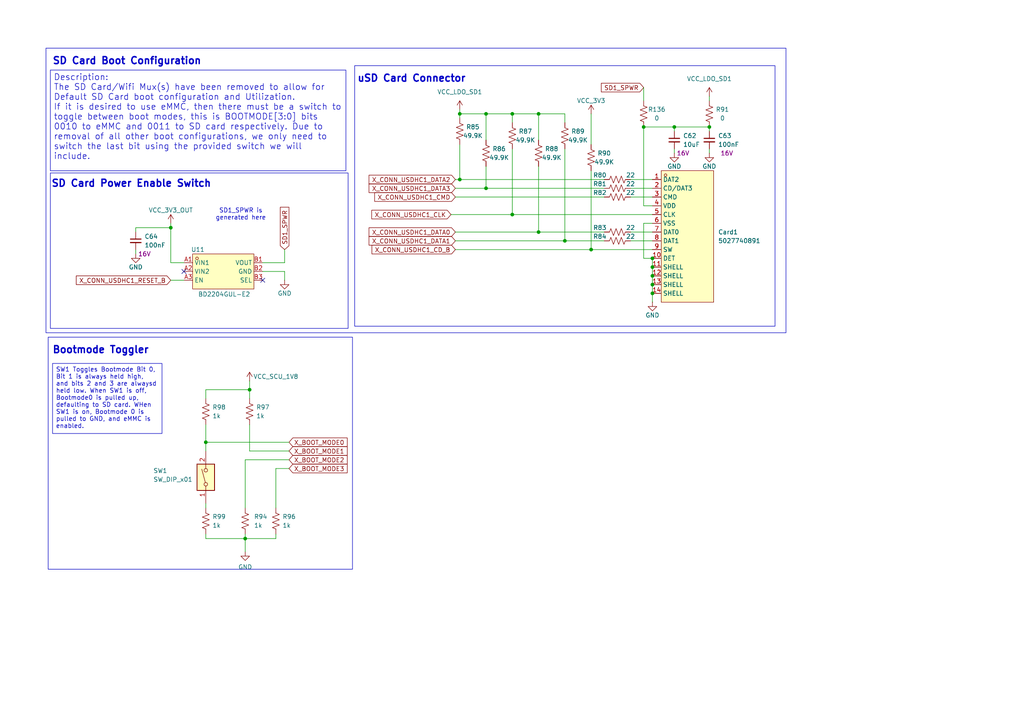
<source format=kicad_sch>
(kicad_sch (version 20250114) (generator "eeschema") (generator_version "9.0")
  (paper "A4")
  (lib_symbols
    (symbol "Device:C_Small" (pin_numbers (hide yes)) (pin_names (offset 0.254) (hide yes))
      (property "Reference" "C" (at 0.254 1.778 0))
      (property "Value" "C_Small" (at 0.254 -2.032 0))
      (symbol "C_Small_0_1"
        (polyline (pts (xy -1.524 0.508) (xy 1.524 0.508)) (stroke (width 0.3048)))
        (polyline (pts (xy -1.524 -0.508) (xy 1.524 -0.508)) (stroke (width 0.3302)))
      )
      (symbol "C_Small_1_1"
        (pin passive line (at 0 2.54 270) (length 2.032) (name "~") (number "1"))
        (pin passive line (at 0 -2.54 90) (length 2.032) (name "~") (number "2"))
      )
    )
    (symbol "Device:R_US" (pin_numbers (hide yes)) (pin_names (offset 0))
      (property "Reference" "R" (at 2.54 0 90))
      (property "Value" "R_US" (at -2.54 0 90))
      (symbol "R_US_0_1"
        (polyline (pts (xy 0 2.286) (xy 0 2.54)))
        (polyline (pts (xy 0 2.286) (xy 1.016 1.905) (xy 0 1.524) (xy -1.016 1.143) (xy 0 0.762)))
        (polyline (pts (xy 0 0.762) (xy 1.016 0.381) (xy 0 0) (xy -1.016 -0.381) (xy 0 -0.762)))
        (polyline (pts (xy 0 -0.762) (xy 1.016 -1.143) (xy 0 -1.524) (xy -1.016 -1.905) (xy 0 -2.286)))
        (polyline (pts (xy 0 -2.286) (xy 0 -2.54)))
      )
      (symbol "R_US_1_1"
        (pin passive line (at 0 3.81 270) (length 1.27) (name "~") (number "1"))
        (pin passive line (at 0 -3.81 90) (length 1.27) (name "~") (number "2"))
      )
    )
    (symbol "Switch:SW_DIP_x01" (pin_names (offset 0) (hide yes))
      (property "Reference" "SW" (at 0 3.81 0))
      (property "Value" "SW_DIP_x01" (at 0 -3.81 0))
      (symbol "SW_DIP_x01_0_0"
        (circle (center -2.032 0) (radius 0.508))
        (polyline (pts (xy -1.524 0.127) (xy 2.3622 1.1684)))
        (circle (center 2.032 0) (radius 0.508))
      )
      (symbol "SW_DIP_x01_0_1"
        (rectangle (start -3.81 2.54) (end 3.81 -2.54) (stroke (width 0.254)) (fill (type background)))
      )
      (symbol "SW_DIP_x01_1_1"
        (pin passive line (at -7.62 0 0) (length 5.08) (name "~") (number "1"))
        (pin passive line (at 7.62 0 180) (length 5.08) (name "~") (number "2"))
      )
    )
    (symbol "imx8_carrier_board_symbol_library:5027740891"
      (property "Reference" "Card" (at 0 21.59 0))
      (property "Value" "5027740891" (at 0 -21.59 0))
      (symbol "5027740891_0_1"
        (rectangle (start -7.62 19.05) (end 7.62 -19.05) (fill (type background)))
        (circle (center -6.35 17.78) (radius 0.38))
        (pin unspecified line (at -10.16 16.51 0) (length 2.54) (name "DAT2") (number "1"))
        (pin unspecified line (at -10.16 13.97 0) (length 2.54) (name "CD/DAT3") (number "2"))
        (pin unspecified line (at -10.16 11.43 0) (length 2.54) (name "CMD") (number "3"))
        (pin unspecified line (at -10.16 8.89 0) (length 2.54) (name "VDD") (number "4"))
        (pin unspecified line (at -10.16 6.35 0) (length 2.54) (name "CLK") (number "5"))
        (pin unspecified line (at -10.16 3.81 0) (length 2.54) (name "VSS") (number "6"))
        (pin unspecified line (at -10.16 1.27 0) (length 2.54) (name "DAT0") (number "7"))
        (pin unspecified line (at -10.16 -1.27 0) (length 2.54) (name "DAT1") (number "8"))
        (pin unspecified line (at -10.16 -3.81 0) (length 2.54) (name "SW") (number "9"))
        (pin unspecified line (at -10.16 -6.35 0) (length 2.54) (name "DET") (number "10"))
        (pin unspecified line (at -10.16 -8.89 0) (length 2.54) (name "SHELL") (number "11"))
        (pin unspecified line (at -10.16 -11.43 0) (length 2.54) (name "SHELL") (number "12"))
        (pin unspecified line (at -10.16 -13.97 0) (length 2.54) (name "SHELL") (number "13"))
        (pin unspecified line (at -10.16 -16.51 0) (length 2.54) (name "SHELL") (number "14"))
      )
    )
    (symbol "imx8_carrier_board_symbol_library:BD2204GUL-E2"
      (property "Reference" "U" (at 0 7.62 0))
      (property "Value" "BD2204GUL-E2" (at 0 -7.62 0))
      (symbol "BD2204GUL-E2_0_1"
        (rectangle (start -8.89 5.08) (end 8.89 -5.08) (fill (type background)))
        (circle (center -7.62 3.81) (radius 0.38))
        (pin unspecified line (at -11.43 2.54 0) (length 2.54) (name "VIN1") (number "A1"))
        (pin unspecified line (at -11.43 0 0) (length 2.54) (name "VIN2") (number "A2"))
        (pin unspecified line (at -11.43 -2.54 0) (length 2.54) (name "EN") (number "A3"))
        (pin unspecified line (at 11.43 2.54 180) (length 2.54) (name "VOUT") (number "B1"))
        (pin unspecified line (at 11.43 0 180) (length 2.54) (name "GND") (number "B2"))
        (pin unspecified line (at 11.43 -2.54 180) (length 2.54) (name "SEL") (number "B3"))
      )
    )
    (symbol "imx8_carrier_board_symbol_library:VCC_3V3" (power) (pin_numbers (hide yes)) (pin_names (offset 0) (hide yes))
      (property "Value" "VCC_3V3" (at 0 3.556 0))
      (symbol "VCC_3V3_0_1"
        (polyline (pts (xy -0.762 1.27) (xy 0 2.54)))
        (polyline (pts (xy 0 2.54) (xy 0.762 1.27)))
        (polyline (pts (xy 0 0) (xy 0 2.54)))
      )
      (symbol "VCC_3V3_1_1"
        (pin power_in line (at 0 0 90) (length 0) (name "~") (number "1"))
      )
    )
    (symbol "imx8_carrier_board_symbol_library:VCC_3V3_OUT" (power) (pin_numbers (hide yes)) (pin_names (offset 0) (hide yes))
      (property "Value" "VCC_3V3_OUT" (at 0 3.556 0))
      (symbol "VCC_3V3_OUT_0_1"
        (polyline (pts (xy -0.762 1.27) (xy 0 2.54)))
        (polyline (pts (xy 0 2.54) (xy 0.762 1.27)))
        (polyline (pts (xy 0 0) (xy 0 2.54)))
      )
      (symbol "VCC_3V3_OUT_1_1"
        (pin power_in line (at 0 0 90) (length 0) (name "~") (number "1"))
      )
    )
    (symbol "imx8_carrier_board_symbol_library:VCC_LDO_SD1" (power) (pin_numbers (hide yes)) (pin_names (offset 0) (hide yes))
      (property "Value" "VCC_LDO_SD1" (at 0 3.556 0))
      (symbol "VCC_LDO_SD1_0_1"
        (polyline (pts (xy -0.762 1.27) (xy 0 2.54)))
        (polyline (pts (xy 0 2.54) (xy 0.762 1.27)))
        (polyline (pts (xy 0 0) (xy 0 2.54)))
      )
      (symbol "VCC_LDO_SD1_1_1"
        (pin power_in line (at 0 0 90) (length 0) (name "~") (number "1"))
      )
    )
    (symbol "power:GND" (power) (pin_numbers (hide yes)) (pin_names (offset 0) (hide yes))
      (property "Value" "GND" (at 0 -3.81 0))
      (symbol "GND_0_1"
        (polyline (pts (xy 0 0) (xy 0 -1.27) (xy 1.27 -1.27) (xy 0 -2.54) (xy -1.27 -1.27) (xy 0 -1.27)))
      )
      (symbol "GND_1_1"
        (pin power_in line (at 0 0 270) (length 0) (name "~") (number "1"))
      )
    )
    (symbol "power:VCC" (power) (pin_numbers (hide yes)) (pin_names (offset 0) (hide yes))
      (property "Value" "VCC" (at 0 3.556 0))
      (symbol "VCC_0_1"
        (polyline (pts (xy -0.762 1.27) (xy 0 2.54)))
        (polyline (pts (xy 0 2.54) (xy 0.762 1.27)))
        (polyline (pts (xy 0 0) (xy 0 2.54)))
      )
      (symbol "VCC_1_1"
        (pin power_in line (at 0 0 90) (length 0) (name "~") (number "1"))
      )
    )
  )
  (rectangle (start 13.335 13.97) (end 227.965 96.52))
  (rectangle (start 102.87 19.05) (end 224.79 94.615))
  (rectangle (start 13.97 97.79) (end 102.235 165.1))
  (rectangle (start 14.605 50.165) (end 100.965 95.25))
  (text "SD Card Boot Configuration" (at 36.83 17.78 0) (effects (font (size 2.032 2.032) (thickness 0.4064) (bold yes))))
  (text "SD Card Power Enable Switch" (at 38.1 53.34 0) (effects (font (size 2.032 2.032) (thickness 0.4064) (bold yes))))
  (text "uSD Card Connector\n" (at 119.38 22.86 0) (effects (font (size 2.032 2.032) (thickness 0.4064) (bold yes))))
  (text "Bootmode Toggler" (at 29.21 101.6 0) (effects (font (size 2.032 2.032) (thickness 0.4064) (bold yes))))
  (text "SD1_SPWR is\ngenerated here" (at 69.85 62.23 0) (effects (font (size 1.27 1.27))))
  (text_box "Description:\nThe SD Card/Wifi Mux(s) have been removed to allow for Default SD Card boot configuration and Utilization.\nIf it is desired to use eMMC, then there must be a switch to toggle between boot modes, this is BOOTMODE[3:0] bits 0010 to eMMC and 0011 to SD card respectively. Due to removal of all other boot configurations, we only need to switch the last bit using the provided switch we will include." (at 14.605 20.32 0) (size 85.725 29.21) (margins 0.9525 0.9525 0.9525 0.9525) (effects (font (size 1.778 1.778)) (justify left top)))
  (text_box "SW1 Toggles Bootmode Bit 0, Bit 1 is always held high, and bits 2 and 3 are alwaysd held low. When SW1 is off, Bootmode0 is pulled up, defaulting to SD card. WHen SW1 is on, Bootmode 0 is pulled to GND, and eMMC is enabled." (at 15.24 105.41 0) (size 31.75 20.32) (margins 0.9525 0.9525 0.9525 0.9525) (effects (font (size 1.27 1.27)) (justify left top)))
  (junction (at 189.23 77.47))
  (junction (at 148.59 33.02))
  (junction (at 156.21 33.02))
  (junction (at 205.74 36.83))
  (junction (at 59.69 128.27))
  (junction (at 189.23 74.93))
  (junction (at 133.35 52.07))
  (junction (at 148.59 62.23))
  (junction (at 186.69 36.83))
  (junction (at 140.97 33.02))
  (junction (at 163.83 69.85))
  (junction (at 189.23 85.09))
  (junction (at 156.21 67.31))
  (junction (at 140.97 54.61))
  (junction (at 72.39 113.03))
  (junction (at 189.23 80.01))
  (junction (at 195.58 36.83))
  (junction (at 133.35 33.02))
  (junction (at 189.23 82.55))
  (junction (at 171.45 72.39))
  (junction (at 71.12 156.21))
  (junction (at 49.53 66.04))
  (no_connect (at 53.34 78.74))
  (no_connect (at 76.2 81.28))
  (wire (pts (xy 171.45 49.53) (xy 171.45 72.39)))
  (wire (pts (xy 156.21 48.26) (xy 156.21 67.31)))
  (wire (pts (xy 71.12 133.35) (xy 83.82 133.35)))
  (wire (pts (xy 163.83 69.85) (xy 175.26 69.85)))
  (wire (pts (xy 205.74 36.83) (xy 195.58 36.83)))
  (wire (pts (xy 71.12 156.21) (xy 71.12 154.94)))
  (wire (pts (xy 186.69 59.69) (xy 189.23 59.69)))
  (wire (pts (xy 163.83 33.02) (xy 156.21 33.02)))
  (wire (pts (xy 148.59 35.56) (xy 148.59 33.02)))
  (wire (pts (xy 82.55 76.2) (xy 82.55 72.39)))
  (wire (pts (xy 163.83 43.18) (xy 163.83 69.85)))
  (wire (pts (xy 59.69 115.57) (xy 59.69 113.03)))
  (wire (pts (xy 72.39 130.81) (xy 83.82 130.81)))
  (wire (pts (xy 189.23 82.55) (xy 189.23 85.09)))
  (wire (pts (xy 186.69 25.4) (xy 186.69 29.21)))
  (wire (pts (xy 189.23 85.09) (xy 189.23 87.63)))
  (wire (pts (xy 59.69 128.27) (xy 83.82 128.27)))
  (wire (pts (xy 156.21 40.64) (xy 156.21 33.02)))
  (wire (pts (xy 189.23 80.01) (xy 189.23 82.55)))
  (wire (pts (xy 186.69 36.83) (xy 186.69 59.69)))
  (wire (pts (xy 148.59 62.23) (xy 189.23 62.23)))
  (wire (pts (xy 53.34 76.2) (xy 49.53 76.2)))
  (wire (pts (xy 132.08 67.31) (xy 156.21 67.31)))
  (wire (pts (xy 182.88 54.61) (xy 189.23 54.61)))
  (wire (pts (xy 186.69 64.77) (xy 186.69 74.93)))
  (wire (pts (xy 140.97 48.26) (xy 140.97 54.61)))
  (wire (pts (xy 132.08 52.07) (xy 133.35 52.07)))
  (wire (pts (xy 130.81 62.23) (xy 148.59 62.23)))
  (wire (pts (xy 186.69 74.93) (xy 189.23 74.93)))
  (wire (pts (xy 195.58 38.1) (xy 195.58 36.83)))
  (wire (pts (xy 39.37 67.31) (xy 39.37 66.04)))
  (wire (pts (xy 82.55 78.74) (xy 82.55 81.28)))
  (wire (pts (xy 80.01 135.89) (xy 80.01 147.32)))
  (wire (pts (xy 76.2 76.2) (xy 82.55 76.2)))
  (wire (pts (xy 156.21 67.31) (xy 175.26 67.31)))
  (wire (pts (xy 156.21 33.02) (xy 148.59 33.02)))
  (wire (pts (xy 182.88 67.31) (xy 189.23 67.31)))
  (wire (pts (xy 140.97 40.64) (xy 140.97 33.02)))
  (wire (pts (xy 205.74 29.21) (xy 205.74 27.94)))
  (wire (pts (xy 49.53 64.77) (xy 49.53 66.04)))
  (wire (pts (xy 133.35 52.07) (xy 175.26 52.07)))
  (wire (pts (xy 195.58 36.83) (xy 186.69 36.83)))
  (wire (pts (xy 182.88 69.85) (xy 189.23 69.85)))
  (wire (pts (xy 39.37 66.04) (xy 49.53 66.04)))
  (wire (pts (xy 182.88 57.15) (xy 189.23 57.15)))
  (wire (pts (xy 72.39 110.49) (xy 72.39 113.03)))
  (wire (pts (xy 59.69 156.21) (xy 59.69 154.94)))
  (wire (pts (xy 189.23 74.93) (xy 189.23 77.47)))
  (wire (pts (xy 205.74 43.18) (xy 205.74 44.45)))
  (wire (pts (xy 49.53 76.2) (xy 49.53 66.04)))
  (wire (pts (xy 72.39 123.19) (xy 72.39 130.81)))
  (wire (pts (xy 133.35 33.02) (xy 140.97 33.02)))
  (wire (pts (xy 39.37 72.39) (xy 39.37 73.66)))
  (wire (pts (xy 133.35 31.75) (xy 133.35 33.02)))
  (wire (pts (xy 76.2 78.74) (xy 82.55 78.74)))
  (wire (pts (xy 71.12 156.21) (xy 80.01 156.21)))
  (wire (pts (xy 132.08 69.85) (xy 163.83 69.85)))
  (wire (pts (xy 140.97 54.61) (xy 175.26 54.61)))
  (wire (pts (xy 132.08 57.15) (xy 175.26 57.15)))
  (wire (pts (xy 171.45 33.02) (xy 171.45 41.91)))
  (wire (pts (xy 205.74 38.1) (xy 205.74 36.83)))
  (wire (pts (xy 72.39 113.03) (xy 72.39 115.57)))
  (wire (pts (xy 189.23 64.77) (xy 186.69 64.77)))
  (wire (pts (xy 49.53 81.28) (xy 53.34 81.28)))
  (wire (pts (xy 132.08 54.61) (xy 140.97 54.61)))
  (wire (pts (xy 189.23 77.47) (xy 189.23 80.01)))
  (wire (pts (xy 148.59 33.02) (xy 140.97 33.02)))
  (wire (pts (xy 148.59 43.18) (xy 148.59 62.23)))
  (wire (pts (xy 132.08 72.39) (xy 171.45 72.39)))
  (wire (pts (xy 71.12 133.35) (xy 71.12 147.32)))
  (wire (pts (xy 80.01 156.21) (xy 80.01 154.94)))
  (wire (pts (xy 133.35 41.91) (xy 133.35 52.07)))
  (wire (pts (xy 59.69 113.03) (xy 72.39 113.03)))
  (wire (pts (xy 59.69 146.05) (xy 59.69 147.32)))
  (wire (pts (xy 59.69 128.27) (xy 59.69 123.19)))
  (wire (pts (xy 80.01 135.89) (xy 83.82 135.89)))
  (wire (pts (xy 195.58 43.18) (xy 195.58 44.45)))
  (wire (pts (xy 59.69 156.21) (xy 71.12 156.21)))
  (wire (pts (xy 163.83 35.56) (xy 163.83 33.02)))
  (wire (pts (xy 133.35 33.02) (xy 133.35 34.29)))
  (wire (pts (xy 71.12 160.02) (xy 71.12 156.21)))
  (wire (pts (xy 182.88 52.07) (xy 189.23 52.07)))
  (wire (pts (xy 59.69 130.81) (xy 59.69 128.27)))
  (wire (pts (xy 171.45 72.39) (xy 189.23 72.39)))
  (global_label "X_CONN_USDHC1_DATA2" (shape input) (at 132.08 52.07 180) (property "Intersheetrefs" "${INTERSHEET_REFS}" (effects (hide yes))))
  (global_label "X_CONN_USDHC1_DATA3" (shape input) (at 132.08 54.61 180) (property "Intersheetrefs" "${INTERSHEET_REFS}" (effects (hide yes))))
  (global_label "X_CONN_USDHC1_DATA1" (shape input) (at 132.08 69.85 180) (property "Intersheetrefs" "${INTERSHEET_REFS}" (effects (hide yes))))
  (global_label "X_CONN_USDHC1_RESET_B" (shape input) (at 49.53 81.28 180) (effects (font (thickness 0.1588))) (property "Intersheetrefs" "${INTERSHEET_REFS}" (effects (hide yes))))
  (global_label "X_CONN_USDHC1_CD_B" (shape input) (at 132.08 72.39 180) (effects (font (thickness 0.1588))) (property "Intersheetrefs" "${INTERSHEET_REFS}" (effects (hide yes))))
  (global_label "X_CONN_USDHC1_CMD" (shape input) (at 132.08 57.15 180) (property "Intersheetrefs" "${INTERSHEET_REFS}" (effects (hide yes))))
  (global_label "X_BOOT_MODE2" (shape input) (at 83.82 133.35 0) (property "Intersheetrefs" "${INTERSHEET_REFS}" (effects (hide yes))))
  (global_label "X_BOOT_MODE0" (shape input) (at 83.82 128.27 0) (property "Intersheetrefs" "${INTERSHEET_REFS}" (effects (hide yes))))
  (global_label "SD1_SPWR" (shape input) (at 82.55 72.39 90) (property "Intersheetrefs" "${INTERSHEET_REFS}" (effects (hide yes))))
  (global_label "SD1_SPWR" (shape input) (at 186.69 25.4 180) (property "Intersheetrefs" "${INTERSHEET_REFS}" (effects (hide yes))))
  (global_label "X_CONN_USDHC1_DATA0" (shape input) (at 132.08 67.31 180) (property "Intersheetrefs" "${INTERSHEET_REFS}" (effects (hide yes))))
  (global_label "X_BOOT_MODE1" (shape input) (at 83.82 130.81 0) (property "Intersheetrefs" "${INTERSHEET_REFS}" (effects (hide yes))))
  (global_label "X_BOOT_MODE3" (shape input) (at 83.82 135.89 0) (property "Intersheetrefs" "${INTERSHEET_REFS}" (effects (hide yes))))
  (global_label "X_CONN_USDHC1_CLK" (shape input) (at 130.81 62.23 180) (property "Intersheetrefs" "${INTERSHEET_REFS}" (effects (hide yes))))
  (symbol (lib_id "power:GND") (at 82.55 81.28 0) (unit 1)
    (property "Reference" "#PWR118" (effects (hide yes)))
    (property "Value" "GND" (at 82.55 85.09 0))
    (property "Description" "Power symbol creates a global label with name \"GND\" , ground" (effects (hide yes)))
  )
  (symbol (lib_id "Device:R_US") (at 72.39 119.38 0) (unit 1)
    (property "Reference" "R97" (at 74.295 118.1099 0) (effects (justify left)))
    (property "Value" "1k" (at 74.295 120.6499 0) (effects (justify left)))
    (property "Footprint" "Resistor_SMD:R_0402_1005Metric" (effects (hide yes)))
    (property "Description" "Resistor, US symbol" (effects (hide yes)))
  )
  (symbol (lib_id "imx8_carrier_board_symbol_library:5027740891") (at 199.39 68.58 0) (unit 1)
    (property "Reference" "Card1" (at 208.28 67.3099 0) (effects (justify left)))
    (property "Value" "5027740891" (at 208.28 69.8499 0) (effects (justify left)))
    (property "Footprint" "imx8_carrier_board_footprints:TF-SMD_5027740891" (effects (hide yes)))
    (property "Datasheet" "https://lcsc.com/product-detail/SD-Card-Memory-Card-Connector_MOLEX-5027740891_C330255.html?s_z=n_TF-SMD_5027740891" (effects (hide yes)))
    (property "LCSC Part" "C330255" (effects (hide yes)))
  )
  (symbol (lib_id "Device:C_Small") (at 39.37 69.85 0) (unit 1)
    (property "Reference" "C64" (at 41.91 68.5863 0) (effects (justify left)))
    (property "Value" "100nF" (at 41.91 71.1263 0) (effects (justify left)))
    (property "Footprint" "Capacitor_SMD:C_0603_1608Metric" (effects (hide yes)))
    (property "Description" "Unpolarized capacitor, small symbol" (effects (hide yes)))
    (property "Voltage" "16V" (at 41.91 73.66 0))
  )
  (symbol (lib_id "power:GND") (at 39.37 73.66 0) (unit 1)
    (property "Reference" "#PWR116" (effects (hide yes)))
    (property "Value" "GND" (at 39.37 77.47 0))
    (property "Description" "Power symbol creates a global label with name \"GND\" , ground" (effects (hide yes)))
  )
  (symbol (lib_id "Device:R_US") (at 71.12 151.13 0) (unit 1)
    (property "Reference" "R94" (at 73.66 149.8599 0) (effects (justify left)))
    (property "Value" "1k" (at 73.66 152.3999 0) (effects (justify left)))
    (property "Footprint" "Resistor_SMD:R_0402_1005Metric" (effects (hide yes)))
    (property "Description" "Resistor, US symbol" (effects (hide yes)))
  )
  (symbol (lib_id "Device:R_US") (at 80.01 151.13 0) (unit 1)
    (property "Reference" "R96" (at 81.915 149.8599 0) (effects (justify left)))
    (property "Value" "1k" (at 81.915 152.3999 0) (effects (justify left)))
    (property "Footprint" "Resistor_SMD:R_0402_1005Metric" (effects (hide yes)))
    (property "Description" "Resistor, US symbol" (effects (hide yes)))
  )
  (symbol (lib_id "power:VCC") (at 72.39 110.49 0) (unit 1)
    (property "Reference" "#PWR147" (effects (hide yes)))
    (property "Value" "VCC_SCU_1V8" (at 80.01 109.22 0))
    (property "Description" "Power symbol creates a global label with name \"VCC\"" (effects (hide yes)))
  )
  (symbol (lib_id "imx8_carrier_board_symbol_library:VCC_3V3") (at 171.45 33.02 0) (unit 1)
    (property "Reference" "#PWR108" (effects (hide yes)))
    (property "Value" "VCC_3V3" (at 171.45 29.21 0))
    (property "Description" "Power symbol creates a global label with name \"VCC\"" (effects (hide yes)))
  )
  (symbol (lib_id "imx8_carrier_board_symbol_library:VCC_3V3_OUT") (at 49.53 64.77 0) (unit 1)
    (property "Reference" "#PWR094" (effects (hide yes)))
    (property "Value" "VCC_3V3_OUT" (at 49.53 60.96 0))
    (property "Description" "Power symbol creates a global label with name \"VCC\"" (effects (hide yes)))
  )
  (symbol (lib_id "Device:R_US") (at 156.21 44.45 0) (unit 1)
    (property "Reference" "R88" (at 160.02 43.18 0))
    (property "Value" "49.9K" (at 160.02 45.72 0))
    (property "Footprint" "Resistor_SMD:R_0402_1005Metric" (effects (hide yes)))
    (property "Description" "Resistor, US symbol" (effects (hide yes)))
  )
  (symbol (lib_id "power:GND") (at 189.23 87.63 0) (unit 1)
    (property "Reference" "#PWR130" (effects (hide yes)))
    (property "Value" "GND" (at 189.23 91.44 0))
    (property "Description" "Power symbol creates a global label with name \"GND\" , ground" (effects (hide yes)))
  )
  (symbol (lib_id "Device:R_US") (at 179.07 52.07 270) (unit 1)
    (property "Reference" "R80" (at 173.99 50.8 90))
    (property "Value" "22" (at 182.88 50.8 90))
    (property "Footprint" "Resistor_SMD:R_0402_1005Metric" (effects (hide yes)))
    (property "Description" "Resistor, US symbol" (effects (hide yes)))
  )
  (symbol (lib_id "Switch:SW_DIP_x01") (at 59.69 138.43 90) (unit 1)
    (property "Reference" "SW1" (at 44.45 136.525 90) (effects (justify right)))
    (property "Value" "SW_DIP_x01" (at 44.45 139.065 90) (effects (justify right)))
    (property "Footprint" "imx8_carrier_board_footprints:SW-SMD_1.27-1P-TPPT" (effects (hide yes)))
    (property "Description" "1x DIP Switch, Single Pole Single Throw (SPST) switch, small symbol" (effects (hide yes)))
    (property "LCSC Part" "C7471372" (effects (hide yes)))
  )
  (symbol (lib_id "Device:R_US") (at 163.83 39.37 0) (unit 1)
    (property "Reference" "R89" (at 167.64 38.1 0))
    (property "Value" "49.9K" (at 167.64 40.64 0))
    (property "Footprint" "Resistor_SMD:R_0402_1005Metric" (effects (hide yes)))
    (property "Description" "Resistor, US symbol" (effects (hide yes)))
  )
  (symbol (lib_id "Device:C_Small") (at 205.74 40.64 0) (unit 1)
    (property "Reference" "C63" (at 208.28 39.3763 0) (effects (justify left)))
    (property "Value" "100nF" (at 208.28 41.9163 0) (effects (justify left)))
    (property "Footprint" "Capacitor_SMD:C_0603_1608Metric" (effects (hide yes)))
    (property "Description" "Unpolarized capacitor, small symbol" (effects (hide yes)))
    (property "Voltage" "16V" (at 210.82 44.45 0))
  )
  (symbol (lib_id "Device:R_US") (at 179.07 57.15 270) (unit 1)
    (property "Reference" "R82" (at 173.99 55.88 90))
    (property "Value" "22" (at 182.88 55.88 90))
    (property "Footprint" "Resistor_SMD:R_0402_1005Metric" (effects (hide yes)))
    (property "Description" "Resistor, US symbol" (effects (hide yes)))
  )
  (symbol (lib_id "Device:R_US") (at 179.07 67.31 270) (unit 1)
    (property "Reference" "R83" (at 173.99 66.04 90))
    (property "Value" "22" (at 182.88 66.04 90))
    (property "Footprint" "Resistor_SMD:R_0402_1005Metric" (effects (hide yes)))
    (property "Description" "Resistor, US symbol" (effects (hide yes)))
  )
  (symbol (lib_id "power:GND") (at 71.12 160.02 0) (unit 1)
    (property "Reference" "#PWR97" (effects (hide yes)))
    (property "Value" "GND" (at 71.12 164.465 0))
    (property "Description" "Power symbol creates a global label with name \"GND\" , ground" (effects (hide yes)))
  )
  (symbol (lib_id "power:GND") (at 205.74 44.45 0) (unit 1)
    (property "Reference" "#PWR112" (effects (hide yes)))
    (property "Value" "GND" (at 205.74 48.26 0))
    (property "Description" "Power symbol creates a global label with name \"GND\" , ground" (effects (hide yes)))
  )
  (symbol (lib_id "power:GND") (at 195.58 44.45 0) (unit 1)
    (property "Reference" "#PWR111" (effects (hide yes)))
    (property "Value" "GND" (at 195.58 48.26 0))
    (property "Description" "Power symbol creates a global label with name \"GND\" , ground" (effects (hide yes)))
  )
  (symbol (lib_id "Device:C_Small") (at 195.58 40.64 0) (unit 1)
    (property "Reference" "C62" (at 198.12 39.3763 0) (effects (justify left)))
    (property "Value" "10uF" (at 198.12 41.9163 0) (effects (justify left)))
    (property "Footprint" "Capacitor_SMD:C_0603_1608Metric" (effects (hide yes)))
    (property "Description" "Unpolarized capacitor, small symbol" (effects (hide yes)))
    (property "Voltage" "16V" (at 198.12 44.45 0))
  )
  (symbol (lib_id "Device:R_US") (at 171.45 45.72 0) (unit 1)
    (property "Reference" "R90" (at 175.26 44.45 0))
    (property "Value" "49.9K" (at 175.26 46.99 0))
    (property "Footprint" "Resistor_SMD:R_0402_1005Metric" (effects (hide yes)))
    (property "Description" "Resistor, US symbol" (effects (hide yes)))
  )
  (symbol (lib_id "Device:R_US") (at 148.59 39.37 0) (unit 1)
    (property "Reference" "R87" (at 152.4 38.1 0))
    (property "Value" "49.9K" (at 152.4 40.64 0))
    (property "Footprint" "Resistor_SMD:R_0402_1005Metric" (effects (hide yes)))
    (property "Description" "Resistor, US symbol" (effects (hide yes)))
  )
  (symbol (lib_id "Device:R_US") (at 179.07 69.85 270) (unit 1)
    (property "Reference" "R84" (at 173.99 68.58 90))
    (property "Value" "22" (at 182.88 68.58 90))
    (property "Footprint" "Resistor_SMD:R_0402_1005Metric" (effects (hide yes)))
    (property "Description" "Resistor, US symbol" (effects (hide yes)))
  )
  (symbol (lib_id "Device:R_US") (at 205.74 33.02 0) (unit 1)
    (property "Reference" "R91" (at 209.55 31.75 0))
    (property "Value" "0" (at 209.55 34.29 0))
    (property "Footprint" "Resistor_SMD:R_0402_1005Metric" (effects (hide yes)))
    (property "Description" "Resistor, US symbol" (effects (hide yes)))
  )
  (symbol (lib_id "imx8_carrier_board_symbol_library:BD2204GUL-E2") (at 64.77 78.74 0) (unit 1)
    (property "Reference" "U11" (at 57.404 72.39 0))
    (property "Value" "BD2204GUL-E2" (at 65.024 85.344 0))
    (property "Footprint" "imx8_carrier_board_footprints:BGA-6_L1.5-W1.0-P0.50_BD2204GUL-E2" (effects (hide yes)))
    (property "Datasheet" "https://lcsc.com/product-detail/Power-Distribution-Switches_ROHM-Semicon-BD2204GUL-E2_C314699.html?s_z=n_BD2204GUL-E2" (effects (hide yes)))
    (property "LCSC Part" "C314699" (effects (hide yes)))
  )
  (symbol (lib_id "Device:R_US") (at 179.07 54.61 270) (unit 1)
    (property "Reference" "R81" (at 173.99 53.34 90))
    (property "Value" "22" (at 182.88 53.34 90))
    (property "Footprint" "Resistor_SMD:R_0402_1005Metric" (effects (hide yes)))
    (property "Description" "Resistor, US symbol" (effects (hide yes)))
  )
  (symbol (lib_id "Device:R_US") (at 186.69 33.02 0) (unit 1)
    (property "Reference" "R136" (at 190.5 31.75 0))
    (property "Value" "0" (at 190.5 34.29 0))
    (property "Footprint" "Resistor_SMD:R_0402_1005Metric" (effects (hide yes)))
    (property "Description" "Resistor, US symbol" (effects (hide yes)))
  )
  (symbol (lib_id "imx8_carrier_board_symbol_library:VCC_LDO_SD1") (at 133.35 31.75 0) (unit 1)
    (property "Reference" "#PWR0107" (effects (hide yes)))
    (property "Value" "VCC_LDO_SD1" (at 133.35 26.67 0))
    (property "Description" "Power symbol creates a global label with name \"VCC\"" (effects (hide yes)))
  )
  (symbol (lib_id "Device:R_US") (at 59.69 119.38 0) (unit 1)
    (property "Reference" "R98" (at 61.595 118.1099 0) (effects (justify left)))
    (property "Value" "1k" (at 61.595 120.6499 0) (effects (justify left)))
    (property "Footprint" "Resistor_SMD:R_0402_1005Metric" (effects (hide yes)))
    (property "Description" "Resistor, US symbol" (effects (hide yes)))
  )
  (symbol (lib_id "imx8_carrier_board_symbol_library:VCC_LDO_SD1") (at 205.74 27.94 0) (unit 1)
    (property "Reference" "#PWR0115" (effects (hide yes)))
    (property "Value" "VCC_LDO_SD1" (at 205.74 22.86 0))
    (property "Description" "Power symbol creates a global label with name \"VCC\"" (effects (hide yes)))
  )
  (symbol (lib_id "Device:R_US") (at 59.69 151.13 0) (unit 1)
    (property "Reference" "R99" (at 61.595 149.8599 0) (effects (justify left)))
    (property "Value" "1k" (at 61.595 152.3999 0) (effects (justify left)))
    (property "Footprint" "Resistor_SMD:R_0402_1005Metric" (effects (hide yes)))
    (property "Description" "Resistor, US symbol" (effects (hide yes)))
  )
  (symbol (lib_id "Device:R_US") (at 133.35 38.1 0) (unit 1)
    (property "Reference" "R85" (at 137.16 36.83 0))
    (property "Value" "49.9K" (at 137.16 39.37 0))
    (property "Footprint" "Resistor_SMD:R_0402_1005Metric" (effects (hide yes)))
    (property "Description" "Resistor, US symbol" (effects (hide yes)))
  )
  (symbol (lib_id "Device:R_US") (at 140.97 44.45 0) (unit 1)
    (property "Reference" "R86" (at 144.78 43.18 0))
    (property "Value" "49.9K" (at 144.78 45.72 0))
    (property "Footprint" "Resistor_SMD:R_0402_1005Metric" (effects (hide yes)))
    (property "Description" "Resistor, US symbol" (effects (hide yes)))
  )
)
</source>
